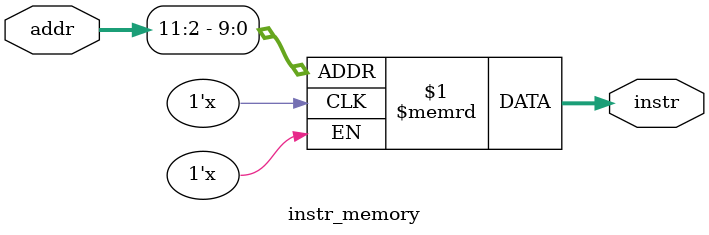
<source format=v>
`timescale 1ns / 1ps

// Module Name: instr_memory
// Project Name: Single Cycle Processor
// Target Devices: XXXX
// Description: Instruction Memory for the RV32I Single Cycle Processor
//              Single read port that performs a combinational read 
//              Not clocked, because the memory has no write port
// 
// Dependencies: 
// 
// Revision:
// Revision 0.01 - File Created
// Additional Comments:
// 
//////////////////////////////////////////////////////////////////////////////////


module instr_memory(
    output wire [31:0] instr,
    input wire [31:0] addr
    );
    
    reg [31:0] mem [1023:0]; // 1024x32bit memory = 4kB
    
    // uncomment the lines of the following procedural block to read the program from a file
    //initial
    //  $readmemh("prog.hex", mem);
    
    assign instr = mem[addr[11:2]]; // combinational read, word aligned(2) only 2^10 lines (11)
    
endmodule

</source>
